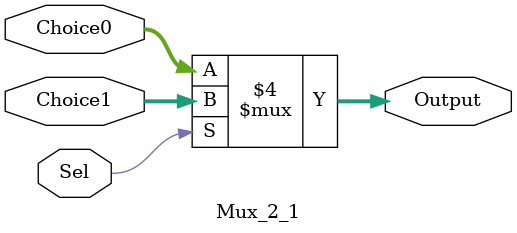
<source format=v>
`timescale 1ns / 1ps
module Mux_2_1( Choice0 , Choice1 , Sel , Output
    );
	 
	 parameter DataSize = 8 ; // the size of data pass through the multiplixer
	 
	 input [ DataSize - 1 : 0 ] Choice0 , Choice1 ; // inputs to choose between them
	 
	 input Sel ; // control signal to specify the output 
	 
	 output [ DataSize - 1 : 0 ] Output ; // the output of the multiplixer
	 reg [ DataSize - 1 : 0 ] Output ;
	 
	 always @( Choice0 or Choice1 or Sel )
		begin 
			if ( Sel == 1 ) 
				begin 
					Output = Choice1 ;
				end
			else 
				begin 
					Output = Choice0 ;
				end
		end
	 
endmodule

</source>
